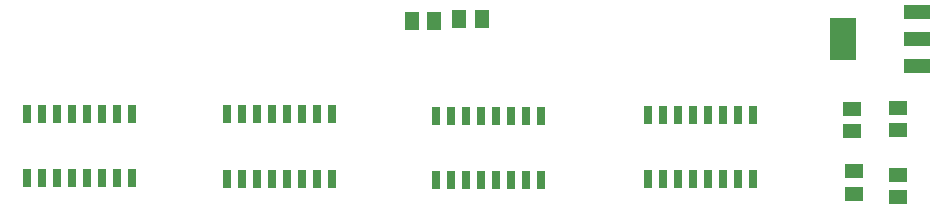
<source format=gbr>
G04 EAGLE Gerber RS-274X export*
G75*
%MOMM*%
%FSLAX34Y34*%
%LPD*%
%INSolderpaste Bottom*%
%IPPOS*%
%AMOC8*
5,1,8,0,0,1.08239X$1,22.5*%
G01*
%ADD10R,1.500000X1.300000*%
%ADD11R,1.300000X1.500000*%
%ADD12R,0.650000X1.525000*%
%ADD13R,2.235200X1.219200*%
%ADD14R,2.200000X3.600000*%


D10*
X840200Y154000D03*
X840200Y135000D03*
X840200Y97000D03*
X840200Y78000D03*
D11*
X447800Y227000D03*
X428800Y227000D03*
X469100Y228700D03*
X488100Y228700D03*
D12*
X272328Y148143D03*
X285028Y148143D03*
X297728Y148143D03*
X310428Y148143D03*
X323128Y148143D03*
X335828Y148143D03*
X348528Y148143D03*
X361228Y148143D03*
X361228Y93903D03*
X348528Y93903D03*
X335828Y93903D03*
X323128Y93903D03*
X310428Y93903D03*
X297728Y93903D03*
X285028Y93903D03*
X272328Y93903D03*
X449350Y146820D03*
X462050Y146820D03*
X474750Y146820D03*
X487450Y146820D03*
X500150Y146820D03*
X512850Y146820D03*
X525550Y146820D03*
X538250Y146820D03*
X538250Y92580D03*
X525550Y92580D03*
X512850Y92580D03*
X500150Y92580D03*
X487450Y92580D03*
X474750Y92580D03*
X462050Y92580D03*
X449350Y92580D03*
X628650Y148020D03*
X641350Y148020D03*
X654050Y148020D03*
X666750Y148020D03*
X679450Y148020D03*
X692150Y148020D03*
X704850Y148020D03*
X717550Y148020D03*
X717550Y93780D03*
X704850Y93780D03*
X692150Y93780D03*
X679450Y93780D03*
X666750Y93780D03*
X654050Y93780D03*
X641350Y93780D03*
X628650Y93780D03*
D13*
X856288Y235114D03*
X856288Y212000D03*
X856288Y188886D03*
D14*
X794310Y212000D03*
D12*
X102757Y148862D03*
X115457Y148862D03*
X128157Y148862D03*
X140857Y148862D03*
X153557Y148862D03*
X166257Y148862D03*
X178957Y148862D03*
X191657Y148862D03*
X191657Y94622D03*
X178957Y94622D03*
X166257Y94622D03*
X153557Y94622D03*
X140857Y94622D03*
X128157Y94622D03*
X115457Y94622D03*
X102757Y94622D03*
D10*
X801300Y134000D03*
X801300Y153000D03*
X803700Y81200D03*
X803700Y100200D03*
M02*

</source>
